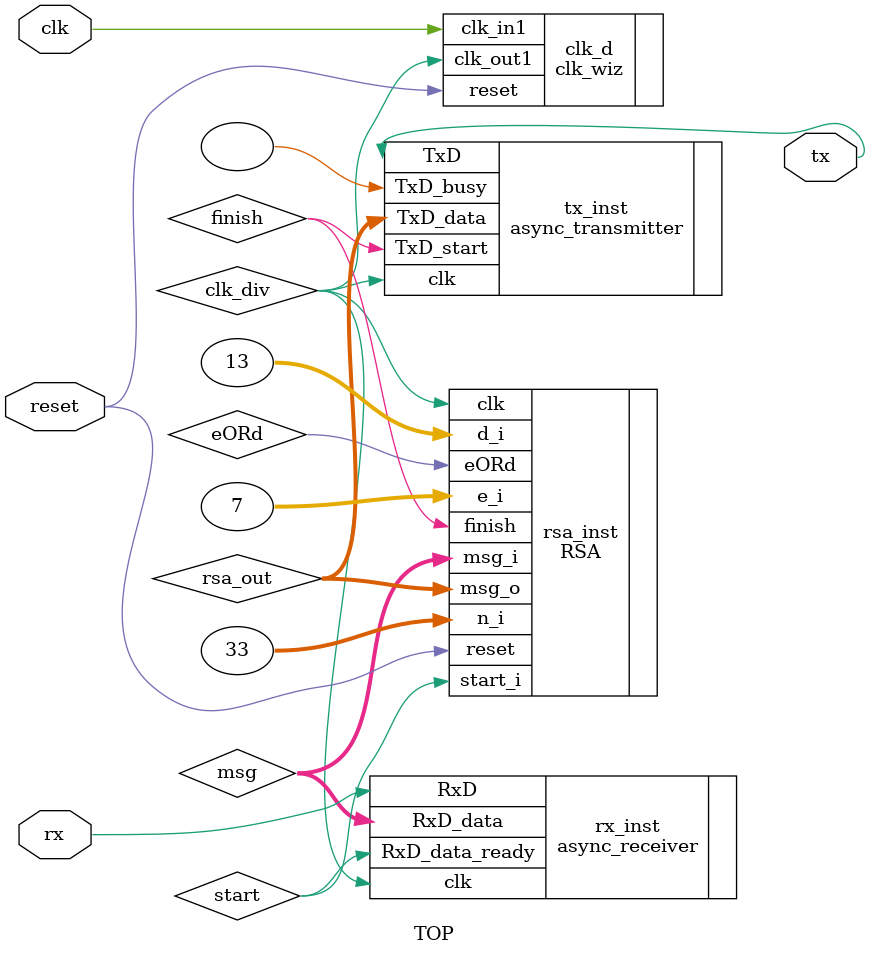
<source format=v>
`timescale 1ns / 1ps

module TOP
 #(
   parameter
    WIDTH_DEG = 8, 
    WIDTH_N = 8,
    WIDTH_MSG_I = 8,
    WIDTH_MSG_O = WIDTH_N,
    
    CLK_FRQ = 25_000_000
  )
  (
   input clk, 
   input reset,
   input rx,
	output tx
  );
  
  wire [7:0]               byt_i,byt_o;
  wire [WIDTH_MSG_I-1:0]   msg;
  wire [WIDTH_MSG_O-1:0]   rsa_out;
  wire [WIDTH_DEG-1:0]     e;
  wire [WIDTH_DEG-1:0]     d;
  wire [WIDTH_N-1:0]       n; 
  wire				         clk_div,finish,eORd,start;
  
  clk_wiz clk_d (.clk_in1(clk),.reset(reset),.clk_out1(clk_div));
  //assign clk_div = clk;
  
  RSA #(
        .WIDTH_DEG(WIDTH_DEG),
        .WIDTH_N(WIDTH_N),
		  .WIDTH_MSG_I(WIDTH_MSG_I),
		  .WIDTH_MSG_O(WIDTH_MSG_O)
		 ) 
		  rsa_inst 
		 (
		  .clk(clk_div),
		  .reset(reset), 
		  .eORd(eORd),
		  .start_i(start),
		  .msg_i(msg), 
		  .e_i(7),//e 
		  .d_i(13), //d
		  .n_i(33), //n
		  .msg_o(rsa_out), 
		  .finish(finish)
		 );
   async_receiver #(.CLK_FRQ(CLK_FRQ)) rx_inst (.clk(clk_div), .RxD(rx), .RxD_data_ready(start), .RxD_data(msg));
   async_transmitter #(.CLK_FRQ(CLK_FRQ)) tx_inst (.clk(clk_div), .TxD(tx), .TxD_start(finish), .TxD_data(rsa_out), .TxD_busy());
  
endmodule 
</source>
